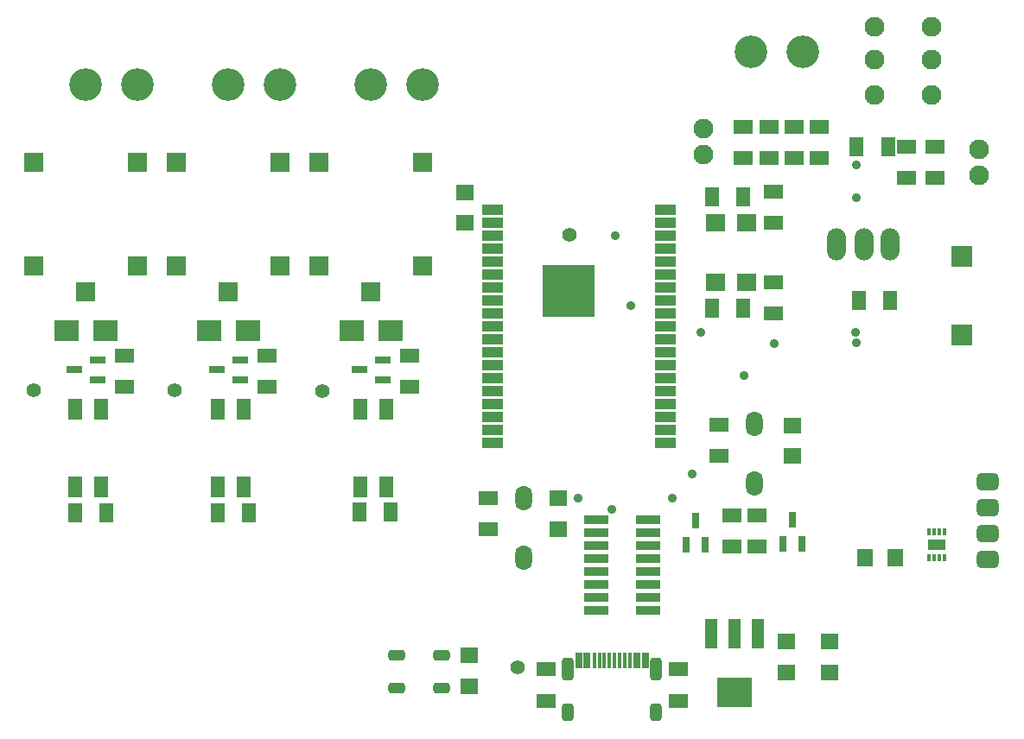
<source format=gbr>
%TF.GenerationSoftware,Altium Limited,Altium Designer,22.0.2 (36)*%
G04 Layer_Color=8388736*
%FSLAX45Y45*%
%MOMM*%
%TF.SameCoordinates,D2D0E374-18DE-4B15-8EA8-0B9E4DC8859C*%
%TF.FilePolarity,Negative*%
%TF.FileFunction,Soldermask,Top*%
%TF.Part,Single*%
G01*
G75*
%TA.AperFunction,ComponentPad*%
G04:AMPARAMS|DCode=46|XSize=2.25mm|YSize=1.15mm|CornerRadius=0.325mm|HoleSize=0mm|Usage=FLASHONLY|Rotation=90.000|XOffset=0mm|YOffset=0mm|HoleType=Round|Shape=RoundedRectangle|*
%AMROUNDEDRECTD46*
21,1,2.25000,0.50000,0,0,90.0*
21,1,1.60000,1.15000,0,0,90.0*
1,1,0.65000,0.25000,0.80000*
1,1,0.65000,0.25000,-0.80000*
1,1,0.65000,-0.25000,-0.80000*
1,1,0.65000,-0.25000,0.80000*
%
%ADD46ROUNDEDRECTD46*%
G04:AMPARAMS|DCode=47|XSize=1.75mm|YSize=1.15mm|CornerRadius=0.325mm|HoleSize=0mm|Usage=FLASHONLY|Rotation=90.000|XOffset=0mm|YOffset=0mm|HoleType=Round|Shape=RoundedRectangle|*
%AMROUNDEDRECTD47*
21,1,1.75000,0.50000,0,0,90.0*
21,1,1.10000,1.15000,0,0,90.0*
1,1,0.65000,0.25000,0.55000*
1,1,0.65000,0.25000,-0.55000*
1,1,0.65000,-0.25000,-0.55000*
1,1,0.65000,-0.25000,0.55000*
%
%ADD47ROUNDEDRECTD47*%
%ADD48R,2.15000X2.15000*%
%ADD49O,1.65000X2.45000*%
G04:AMPARAMS|DCode=50|XSize=1.75mm|YSize=2.15mm|CornerRadius=0.475mm|HoleSize=0mm|Usage=FLASHONLY|Rotation=90.000|XOffset=0mm|YOffset=0mm|HoleType=Round|Shape=RoundedRectangle|*
%AMROUNDEDRECTD50*
21,1,1.75000,1.20000,0,0,90.0*
21,1,0.80000,2.15000,0,0,90.0*
1,1,0.95000,0.60000,0.40000*
1,1,0.95000,0.60000,-0.40000*
1,1,0.95000,-0.60000,-0.40000*
1,1,0.95000,-0.60000,0.40000*
%
%ADD50ROUNDEDRECTD50*%
%ADD51C,1.95000*%
%ADD52C,3.19800*%
%ADD53R,1.90000X1.90000*%
%ADD54R,1.35000X2.15000*%
%ADD55O,1.85000X3.15000*%
%TA.AperFunction,ViaPad*%
%ADD56C,0.91200*%
%ADD57C,1.42000*%
%TA.AperFunction,ConnectorPad*%
%ADD65R,0.75000X1.60000*%
%ADD66R,0.45000X1.60000*%
%TA.AperFunction,SMDPad,CuDef*%
%ADD67R,5.15000X5.15000*%
%ADD68R,2.15000X1.05000*%
%ADD69R,1.65000X1.75000*%
%ADD70R,1.95000X1.35000*%
%ADD71R,2.35000X0.85000*%
%ADD72R,1.75000X1.65000*%
%ADD73R,1.35000X1.95000*%
G04:AMPARAMS|DCode=74|XSize=1.65mm|YSize=1.05mm|CornerRadius=0.3mm|HoleSize=0mm|Usage=FLASHONLY|Rotation=0.000|XOffset=0mm|YOffset=0mm|HoleType=Round|Shape=RoundedRectangle|*
%AMROUNDEDRECTD74*
21,1,1.65000,0.45000,0,0,0.0*
21,1,1.05000,1.05000,0,0,0.0*
1,1,0.60000,0.52500,-0.22500*
1,1,0.60000,-0.52500,-0.22500*
1,1,0.60000,-0.52500,0.22500*
1,1,0.60000,0.52500,0.22500*
%
%ADD74ROUNDEDRECTD74*%
%ADD75R,0.75000X1.60000*%
%ADD76R,2.35000X2.15000*%
%ADD77R,1.60000X0.75000*%
%ADD78R,1.75000X1.05000*%
%ADD79R,0.40000X0.70000*%
%ADD80R,1.85000X1.75000*%
%ADD81R,1.15000X2.85000*%
%ADD82R,3.45000X2.85000*%
D46*
X6467999Y1549619D02*
D03*
X7331999D02*
D03*
D47*
Y1131620D02*
D03*
X6467999D02*
D03*
D48*
X10322500Y4827800D02*
D03*
Y5602500D02*
D03*
D49*
X8297500Y3377500D02*
D03*
Y3961700D02*
D03*
X6030000Y2648300D02*
D03*
Y3232500D02*
D03*
D50*
X10582500Y2630000D02*
D03*
Y2884000D02*
D03*
Y3392000D02*
D03*
Y3138000D02*
D03*
D51*
X10030000Y7180000D02*
D03*
Y7530000D02*
D03*
Y7850000D02*
D03*
X9470000Y7180000D02*
D03*
Y7530000D02*
D03*
Y7850000D02*
D03*
X10495000Y6397762D02*
D03*
Y6651762D02*
D03*
X7797500Y6852500D02*
D03*
Y6598500D02*
D03*
D52*
X1744541Y7289093D02*
D03*
X2252542D02*
D03*
X5046542D02*
D03*
X4538541D02*
D03*
X3649542D02*
D03*
X3141541D02*
D03*
X8771500Y7610000D02*
D03*
X8263500D02*
D03*
D53*
X1744542Y5249593D02*
D03*
X2252542Y6519593D02*
D03*
Y5503593D02*
D03*
X1236542D02*
D03*
Y6519593D02*
D03*
X3141542Y5249593D02*
D03*
X3649542Y6519593D02*
D03*
Y5503593D02*
D03*
X2633542D02*
D03*
Y6519593D02*
D03*
X4030542D02*
D03*
Y5503593D02*
D03*
X5046542D02*
D03*
Y6519593D02*
D03*
X4538542Y5249593D02*
D03*
D54*
X1636542Y3343670D02*
D03*
X1890542D02*
D03*
X1636542Y4105670D02*
D03*
X1890542D02*
D03*
X3033542Y3343670D02*
D03*
X3287542D02*
D03*
X3033542Y4105670D02*
D03*
X3287542D02*
D03*
X4430542Y3343670D02*
D03*
X4684542D02*
D03*
X4430542Y4105670D02*
D03*
X4684542D02*
D03*
D55*
X9621500Y5722500D02*
D03*
X9101104D02*
D03*
X9367500D02*
D03*
D56*
X7681250Y3470000D02*
D03*
X9290000Y4750000D02*
D03*
X7487500Y3230000D02*
D03*
X8190000Y4430000D02*
D03*
X6900000Y3120000D02*
D03*
X6565000Y3230000D02*
D03*
X9294533Y6177449D02*
D03*
X9295000Y6497500D02*
D03*
X7080000Y5115000D02*
D03*
X6932500Y5807500D02*
D03*
X8485000Y4747500D02*
D03*
X9286862Y4858705D02*
D03*
X7767500Y4855000D02*
D03*
D57*
X6480000Y5810000D02*
D03*
X1230000Y4290000D02*
D03*
X5970000Y1570000D02*
D03*
X4060000Y4280000D02*
D03*
X2610000Y4290000D02*
D03*
D65*
X7224999Y1641120D02*
D03*
X7144999D02*
D03*
D03*
X7224999D02*
D03*
X6574999D02*
D03*
X6654999D02*
D03*
D03*
X6574999D02*
D03*
D66*
X6824999D02*
D03*
X7074999D02*
D03*
X6724999D02*
D03*
X6974999D02*
D03*
X6774999D02*
D03*
X6924999D02*
D03*
X6874999D02*
D03*
X7024999D02*
D03*
D67*
X6474720Y5261760D02*
D03*
D68*
X5724720Y6053760D02*
D03*
Y5926760D02*
D03*
Y5799760D02*
D03*
Y5672760D02*
D03*
Y5545760D02*
D03*
Y5418760D02*
D03*
Y5291760D02*
D03*
Y5164760D02*
D03*
Y5037760D02*
D03*
Y4910760D02*
D03*
Y4783760D02*
D03*
Y4656760D02*
D03*
Y4529760D02*
D03*
Y4402760D02*
D03*
Y4275760D02*
D03*
Y4148760D02*
D03*
Y4021760D02*
D03*
Y3894760D02*
D03*
X7424720Y6053760D02*
D03*
Y5926760D02*
D03*
Y5799760D02*
D03*
Y5672760D02*
D03*
Y5545760D02*
D03*
Y5418760D02*
D03*
Y5291760D02*
D03*
Y5164760D02*
D03*
Y5037760D02*
D03*
Y4910760D02*
D03*
Y4783760D02*
D03*
Y4656760D02*
D03*
Y4529760D02*
D03*
Y4402760D02*
D03*
Y4275760D02*
D03*
Y4148760D02*
D03*
Y4021760D02*
D03*
Y3894760D02*
D03*
Y3767760D02*
D03*
X5724720D02*
D03*
D69*
X9677400Y2650000D02*
D03*
X9375000D02*
D03*
D70*
X8930000Y6871000D02*
D03*
Y6564000D02*
D03*
X7950000Y3950000D02*
D03*
Y3643001D02*
D03*
X6252304Y1549619D02*
D03*
Y1242620D02*
D03*
X8315835Y3063500D02*
D03*
Y2756500D02*
D03*
X8070000Y3063500D02*
D03*
Y2756500D02*
D03*
X7552684Y1242620D02*
D03*
Y1549619D02*
D03*
X4919542Y4318855D02*
D03*
Y4625855D02*
D03*
X3522542Y4318855D02*
D03*
Y4625855D02*
D03*
X2125542Y4318855D02*
D03*
Y4625855D02*
D03*
X10060000Y6678500D02*
D03*
Y6371500D02*
D03*
X8483619Y5926760D02*
D03*
Y6233760D02*
D03*
X8483620Y5344760D02*
D03*
Y5037761D02*
D03*
X5690000Y3232100D02*
D03*
Y2925100D02*
D03*
X8435000Y6871000D02*
D03*
Y6564000D02*
D03*
X9787500Y6678500D02*
D03*
Y6371500D02*
D03*
X8680000Y6564000D02*
D03*
Y6871000D02*
D03*
X8185000Y6871000D02*
D03*
Y6564000D02*
D03*
D71*
X7252500Y2128000D02*
D03*
Y2255000D02*
D03*
Y2382000D02*
D03*
Y2509000D02*
D03*
Y2636000D02*
D03*
Y2763000D02*
D03*
Y2890000D02*
D03*
Y3017000D02*
D03*
X6742500Y2128000D02*
D03*
Y2255000D02*
D03*
Y2382000D02*
D03*
Y2509000D02*
D03*
Y2636000D02*
D03*
Y2763000D02*
D03*
Y2890000D02*
D03*
Y3017000D02*
D03*
D72*
X8667500Y3945401D02*
D03*
Y3643001D02*
D03*
X6375000Y3230000D02*
D03*
Y2927600D02*
D03*
X5460000Y6229160D02*
D03*
Y5926760D02*
D03*
X5502684Y1383720D02*
D03*
Y1686120D02*
D03*
X8605184Y1520100D02*
D03*
Y1822500D02*
D03*
X9027685D02*
D03*
Y1520100D02*
D03*
D73*
X1943542Y3087917D02*
D03*
X1636542D02*
D03*
X3340542D02*
D03*
X3033542D02*
D03*
X9603234Y6678500D02*
D03*
X9296234D02*
D03*
X4728042Y3098800D02*
D03*
X4421042D02*
D03*
X8185000Y5090761D02*
D03*
X7878000D02*
D03*
X8184999Y6180760D02*
D03*
X7877999D02*
D03*
X9624000Y5164760D02*
D03*
X9317000D02*
D03*
D74*
X5230745Y1686120D02*
D03*
Y1366120D02*
D03*
X4790745Y1691120D02*
D03*
Y1366120D02*
D03*
D75*
X7717500Y3007285D02*
D03*
X7812500Y2772285D02*
D03*
X7622500D02*
D03*
X8667500Y3017000D02*
D03*
X8762500Y2782000D02*
D03*
X8572500D02*
D03*
D76*
X4731042Y4868593D02*
D03*
X4346042D02*
D03*
X3334042D02*
D03*
X2949042D02*
D03*
X1937042D02*
D03*
X1552042D02*
D03*
D77*
X4421042Y4487593D02*
D03*
X4656042Y4582593D02*
D03*
Y4392593D02*
D03*
X3024042Y4487593D02*
D03*
X3259042Y4582593D02*
D03*
Y4392593D02*
D03*
X1627042Y4487593D02*
D03*
X1862042Y4582593D02*
D03*
Y4392593D02*
D03*
D78*
X10077500Y2772500D02*
D03*
D79*
X10002500Y2645000D02*
D03*
X10052500D02*
D03*
X10102500D02*
D03*
X10152500D02*
D03*
X10002500Y2900000D02*
D03*
X10052500D02*
D03*
X10102500D02*
D03*
X10152500D02*
D03*
D80*
X8219300Y5344761D02*
D03*
X7916900D02*
D03*
X8219300Y5926760D02*
D03*
X7916900D02*
D03*
D81*
X8328284Y1897500D02*
D03*
X8098284D02*
D03*
X7868284D02*
D03*
D82*
X8098284Y1327500D02*
D03*
%TF.MD5,42f3ff4e10ccc1dee7c49511c0b6a989*%
M02*

</source>
